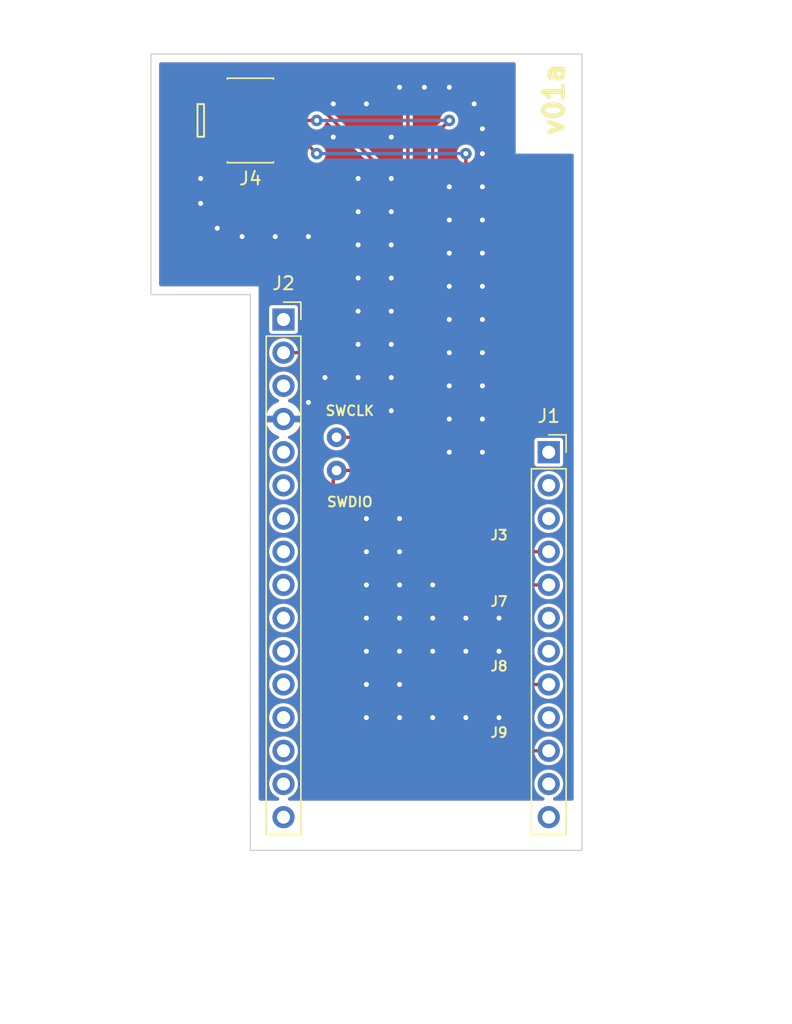
<source format=kicad_pcb>
(kicad_pcb (version 20221018) (generator pcbnew)
  (title_block (title "FeatherDebugShield") (date "2023-10-23") (rev "v01a") (company "Connected Future Labs") (comment 1 "Designed by NN"))
  (layers (0 "F.Cu" signal) (31 "B.Cu" signal) (34 "B.Paste" user) (35 "F.Paste" user) (36 "B.SilkS" user "B.Silkscreen") (37 "F.SilkS" user "F.Silkscreen") (38 "B.Mask" user) (39 "F.Mask" user) (44 "Edge.Cuts" user))
  (net 0 "")
  (net 3 "/GPIO13")
  (net 4 "/GPIO12")
  (net 7 "/GPIO15")
  (net 9 "/GPIO14")
  (net 13 "VCC")
  (net 15 "GND")
  (net 28 "/SWDIO")
  (net 29 "/SWCLK")
  (net 32 "/TDO")
  (net 34 "/TDI")
  (footprint "Connector_PinSocket_2.54mm:PinSocket_1x12_P2.54mm_Vertical" (layer "F.Cu") (at 106.68 71.12)
    (fp_text reference "J1" (at 0 -2.77) (layer "F.SilkS"))
    (fp_text value "Conn_01x12" hide)
    (fp_line (start -1.33 1.27) (end -1.33 29.27) (stroke (width 0.12)) (layer "F.SilkS"))
    (fp_line (start -1.33 1.27) (end 1.33 1.27) (stroke (width 0.12)) (layer "F.SilkS"))
    (fp_line (start -1.33 29.27) (end 1.33 29.27) (stroke (width 0.12)) (layer "F.SilkS"))
    (fp_line (start 0 -1.33) (end 1.33 -1.33) (stroke (width 0.12)) (layer "F.SilkS"))
    (fp_line (start 1.33 -1.33) (end 1.33 0) (stroke (width 0.12)) (layer "F.SilkS"))
    (fp_line (start 1.33 1.27) (end 1.33 29.27) (stroke (width 0.12)) (layer "F.SilkS"))
    (pad "1" thru_hole rect (at 0 0) (size 1.7 1.7) (drill 1) (layers "*.Cu" "*.Mask"))
    (pad "2" thru_hole oval (at 0 2.54) (size 1.7 1.7) (drill 1) (layers "*.Cu" "*.Mask"))
    (pad "3" thru_hole oval (at 0 5.08) (size 1.7 1.7) (drill 1) (layers "*.Cu" "*.Mask"))
    (pad "4" thru_hole oval (at 0 7.62) (size 1.7 1.7) (drill 1) (layers "*.Cu" "*.Mask") (net 3 "/GPIO13"))
    (pad "5" thru_hole oval (at 0 10.16) (size 1.7 1.7) (drill 1) (layers "*.Cu" "*.Mask") (net 4 "/GPIO12"))
    (pad "6" thru_hole oval (at 0 12.7) (size 1.7 1.7) (drill 1) (layers "*.Cu" "*.Mask"))
    (pad "7" thru_hole oval (at 0 15.24) (size 1.7 1.7) (drill 1) (layers "*.Cu" "*.Mask"))
    (pad "8" thru_hole oval (at 0 17.78) (size 1.7 1.7) (drill 1) (layers "*.Cu" "*.Mask") (net 7 "/GPIO15"))
    (pad "9" thru_hole oval (at 0 20.32) (size 1.7 1.7) (drill 1) (layers "*.Cu" "*.Mask"))
    (pad "10" thru_hole oval (at 0 22.86) (size 1.7 1.7) (drill 1) (layers "*.Cu" "*.Mask") (net 9 "/GPIO14"))
    (pad "11" thru_hole oval (at 0 25.4) (size 1.7 1.7) (drill 1) (layers "*.Cu" "*.Mask"))
    (pad "12" thru_hole oval (at 0 27.94) (size 1.7 1.7) (drill 1) (layers "*.Cu" "*.Mask"))
  )
  (footprint "Connector_PinSocket_2.54mm:PinSocket_1x16_P2.54mm_Vertical" (layer "F.Cu") (at 86.36 60.96)
    (fp_text reference "J2" (at 0 -2.77) (layer "F.SilkS"))
    (fp_text value "Conn_01x16" hide)
    (fp_line (start -1.33 1.27) (end -1.33 39.43) (stroke (width 0.12)) (layer "F.SilkS"))
    (fp_line (start -1.33 1.27) (end 1.33 1.27) (stroke (width 0.12)) (layer "F.SilkS"))
    (fp_line (start -1.33 39.43) (end 1.33 39.43) (stroke (width 0.12)) (layer "F.SilkS"))
    (fp_line (start 0 -1.33) (end 1.33 -1.33) (stroke (width 0.12)) (layer "F.SilkS"))
    (fp_line (start 1.33 -1.33) (end 1.33 0) (stroke (width 0.12)) (layer "F.SilkS"))
    (fp_line (start 1.33 1.27) (end 1.33 39.43) (stroke (width 0.12)) (layer "F.SilkS"))
    (pad "1" thru_hole rect (at 0 0) (size 1.7 1.7) (drill 1) (layers "*.Cu" "*.Mask"))
    (pad "2" thru_hole oval (at 0 2.54) (size 1.7 1.7) (drill 1) (layers "*.Cu" "*.Mask") (net 13 "VCC"))
    (pad "3" thru_hole oval (at 0 5.08) (size 1.7 1.7) (drill 1) (layers "*.Cu" "*.Mask"))
    (pad "4" thru_hole oval (at 0 7.62) (size 1.7 1.7) (drill 1) (layers "*.Cu" "*.Mask") (net 15 "GND"))
    (pad "5" thru_hole oval (at 0 10.16) (size 1.7 1.7) (drill 1) (layers "*.Cu" "*.Mask"))
    (pad "6" thru_hole oval (at 0 12.7) (size 1.7 1.7) (drill 1) (layers "*.Cu" "*.Mask"))
    (pad "7" thru_hole oval (at 0 15.24) (size 1.7 1.7) (drill 1) (layers "*.Cu" "*.Mask"))
    (pad "8" thru_hole oval (at 0 17.78) (size 1.7 1.7) (drill 1) (layers "*.Cu" "*.Mask"))
    (pad "9" thru_hole oval (at 0 20.32) (size 1.7 1.7) (drill 1) (layers "*.Cu" "*.Mask"))
    (pad "10" thru_hole oval (at 0 22.86) (size 1.7 1.7) (drill 1) (layers "*.Cu" "*.Mask"))
    (pad "11" thru_hole oval (at 0 25.4) (size 1.7 1.7) (drill 1) (layers "*.Cu" "*.Mask"))
    (pad "12" thru_hole oval (at 0 27.94) (size 1.7 1.7) (drill 1) (layers "*.Cu" "*.Mask"))
    (pad "13" thru_hole oval (at 0 30.48) (size 1.7 1.7) (drill 1) (layers "*.Cu" "*.Mask"))
    (pad "14" thru_hole oval (at 0 33.02) (size 1.7 1.7) (drill 1) (layers "*.Cu" "*.Mask"))
    (pad "15" thru_hole oval (at 0 35.56) (size 1.7 1.7) (drill 1) (layers "*.Cu" "*.Mask"))
    (pad "16" thru_hole oval (at 0 38.1) (size 1.7 1.7) (drill 1) (layers "*.Cu" "*.Mask"))
  )
  (footprint "CFL_EE_BioSensor_Lib_FP:CONN_SLDR_BRDG_NO" (layer "F.Cu") (at 101.6 88.9 180)
    (fp_text reference "J8" (at -1.27 1.397) (layer "F.SilkS") (effects (font (size 0.75 0.75))))
    (fp_text value "CONN_JUMPER_NO" hide)
    (pad "1" smd circle (at -0.635 0 180) (size 1 1) (layers "F.Cu" "F.Mask") (net 7 "/GPIO15"))
    (pad "1" smd rect (at -0.381 0 180) (size 0.5 1) (layers "F.Cu" "F.Mask") (net 7 "/GPIO15"))
    (pad "2" smd rect (at 0.381 0 180) (size 0.5 1) (layers "F.Cu" "F.Mask") (net 32 "/TDO"))
    (pad "2" smd circle (at 0.635 0 180) (size 1 1) (layers "F.Cu" "F.Mask") (net 32 "/TDO"))
  )
  (footprint "CFL_EE_BioSensor_Lib_FP:CONN_PROBE_SPRING_01X01_C150H75" (layer "F.Cu") (at 90.424 72.517)
    (fp_text reference "J5" hide)
    (fp_text value "SWDIO" (at 1.016 2.413) (layer "F.SilkS") (effects (font (size 0.75 0.75))))
    (pad "1" thru_hole circle (at 0 0) (size 1.5 1.5) (drill 0.74) (layers "*.Cu" "*.Mask") (net 28 "/SWDIO"))
  )
  (footprint "CFL_EE_BioSensor_Lib_FP:CONN_SLDR_BRDG_NO" (layer "F.Cu") (at 101.6 78.74 180)
    (fp_text reference "J3" (at -1.27 1.27) (layer "F.SilkS") (effects (font (size 0.75 0.75))))
    (fp_text value "CONN_JUMPER_NO" hide)
    (pad "1" smd circle (at -0.635 0 180) (size 1 1) (layers "F.Cu" "F.Mask") (net 3 "/GPIO13"))
    (pad "1" smd rect (at -0.381 0 180) (size 0.5 1) (layers "F.Cu" "F.Mask") (net 3 "/GPIO13"))
    (pad "2" smd rect (at 0.381 0 180) (size 0.5 1) (layers "F.Cu" "F.Mask") (net 29 "/SWCLK"))
    (pad "2" smd circle (at 0.635 0 180) (size 1 1) (layers "F.Cu" "F.Mask") (net 29 "/SWCLK"))
  )
  (footprint "CFL_EE_KiCad_Lib:SAMTEC_FTSH-105-01-F-DV-K-TR" (layer "F.Cu") (at 83.82 45.72)
    (fp_text reference "J4" (at 0 4.445) (layer "F.SilkS"))
    (fp_text value "Conn_ARM_JTAG_SWD_10")
    (fp_line (start -1.765 -3.235) (end -1.765 -3.17) (stroke (width 0.12)) (layer "F.SilkS"))
    (fp_line (start -1.765 -3.235) (end 1.765 -3.235) (stroke (width 0.12)) (layer "F.SilkS"))
    (fp_line (start -1.765 3.17) (end -1.765 3.235) (stroke (width 0.12)) (layer "F.SilkS"))
    (fp_line (start -1.765 3.235) (end 1.765 3.235) (stroke (width 0.12)) (layer "F.SilkS"))
    (fp_line (start 1.765 -3.235) (end 1.765 -3.17) (stroke (width 0.12)) (layer "F.SilkS"))
    (fp_line (start 1.765 3.17) (end 1.765 3.235) (stroke (width 0.12)) (layer "F.SilkS"))
    (fp_rect (start -4.05 -1.25) (end -3.55 1.25) (stroke (width 0.15)) (fill none) (layer "F.SilkS"))
    (pad "1" smd rect (at -1.95 -2.54) (size 2.4 0.74) (layers "F.Cu" "F.Paste" "F.Mask") (net 13 "VCC"))
    (pad "2" smd rect (at 1.95 -2.54) (size 2.4 0.74) (layers "F.Cu" "F.Paste" "F.Mask") (net 28 "/SWDIO"))
    (pad "3" smd rect (at -1.95 -1.27) (size 2.4 0.74) (layers "F.Cu" "F.Paste" "F.Mask") (net 15 "GND"))
    (pad "4" smd rect (at 1.95 -1.27) (size 2.4 0.74) (layers "F.Cu" "F.Paste" "F.Mask") (net 29 "/SWCLK"))
    (pad "5" smd rect (at -1.95 0) (size 2.4 0.74) (layers "F.Cu" "F.Paste" "F.Mask") (net 15 "GND"))
    (pad "6" smd rect (at 1.95 0) (size 2.4 0.74) (layers "F.Cu" "F.Paste" "F.Mask") (net 32 "/TDO"))
    (pad "7" smd rect (at -1.95 1.27) (size 2.4 0.74) (layers "F.Cu" "F.Paste" "F.Mask"))
    (pad "8" smd rect (at 1.95 1.27) (size 2.4 0.74) (layers "F.Cu" "F.Paste" "F.Mask") (net 34 "/TDI"))
    (pad "9" smd rect (at -1.95 2.54) (size 2.4 0.74) (layers "F.Cu" "F.Paste" "F.Mask") (net 15 "GND"))
    (pad "10" smd rect (at 1.95 2.54) (size 2.4 0.74) (layers "F.Cu" "F.Paste" "F.Mask"))
  )
  (footprint "CFL_EE_BioSensor_Lib_FP:CONN_PROBE_SPRING_01X01_C150H75" (layer "F.Cu") (at 90.424 69.977)
    (fp_text reference "J6" hide)
    (fp_text value "SWCLK" (at 1.016 -2.032) (layer "F.SilkS") (effects (font (size 0.75 0.75))))
    (pad "1" thru_hole circle (at 0 0) (size 1.5 1.5) (drill 0.74) (layers "*.Cu" "*.Mask") (net 29 "/SWCLK"))
  )
  (footprint "CFL_EE_BioSensor_Lib_FP:CONN_SLDR_BRDG_NO" (layer "F.Cu") (at 101.6 81.28 180)
    (fp_text reference "J7" (at -1.27 -1.27) (layer "F.SilkS") (effects (font (size 0.75 0.75))))
    (fp_text value "CONN_JUMPER_NO" hide)
    (pad "1" smd circle (at -0.635 0 180) (size 1 1) (layers "F.Cu" "F.Mask") (net 4 "/GPIO12"))
    (pad "1" smd rect (at -0.381 0 180) (size 0.5 1) (layers "F.Cu" "F.Mask") (net 4 "/GPIO12"))
    (pad "2" smd rect (at 0.381 0 180) (size 0.5 1) (layers "F.Cu" "F.Mask") (net 34 "/TDI"))
    (pad "2" smd circle (at 0.635 0 180) (size 1 1) (layers "F.Cu" "F.Mask") (net 34 "/TDI"))
  )
  (footprint "CFL_EE_BioSensor_Lib_FP:CONN_SLDR_BRDG_NO" (layer "F.Cu") (at 101.6 93.98 180)
    (fp_text reference "J9" (at -1.27 1.397) (layer "F.SilkS") (effects (font (size 0.75 0.75))))
    (fp_text value "CONN_JUMPER_NO" hide)
    (pad "1" smd circle (at -0.635 0 180) (size 1 1) (layers "F.Cu" "F.Mask") (net 9 "/GPIO14"))
    (pad "1" smd rect (at -0.381 0 180) (size 0.5 1) (layers "F.Cu" "F.Mask") (net 9 "/GPIO14"))
    (pad "2" smd rect (at 0.381 0 180) (size 0.5 1) (layers "F.Cu" "F.Mask") (net 28 "/SWDIO"))
    (pad "2" smd circle (at 0.635 0 180) (size 1 1) (layers "F.Cu" "F.Mask") (net 28 "/SWDIO"))
  )
  (gr_line (start 76.2 40.64) (end 109.22 40.64) (stroke (width 0.1)) (layer "Edge.Cuts"))
  (gr_line (start 83.82 59.055) (end 76.2 59.055) (stroke (width 0.1)) (layer "Edge.Cuts"))
  (gr_line (start 76.2 59.055) (end 76.2 40.64) (stroke (width 0.1)) (layer "Edge.Cuts"))
  (gr_line (start 109.22 40.64) (end 109.22 101.6) (stroke (width 0.1)) (layer "Edge.Cuts"))
  (gr_line (start 109.22 101.6) (end 83.82 101.6) (stroke (width 0.1)) (layer "Edge.Cuts"))
  (gr_line (start 83.82 101.6) (end 83.82 59.055) (stroke (width 0.1)) (layer "Edge.Cuts"))
  (gr_text "v01a" (at 107.95 46.99 90) (layer "F.Cu") (effects (font (size 1.5 1.5) (thickness 0.3) bold) (justify left bottom)))
  (gr_text "v01a" (at 107.95 46.99 90) (layer "F.SilkS") (effects (font (size 1.5 1.5) (thickness 0.3) bold) (justify left bottom)))
  (segment (start 102.235 78.74) (end 106.68 78.74) (width 0.254) (layer "F.Cu") (net 3))
  (segment (start 102.235 81.28) (end 106.68 81.28) (width 0.254) (layer "F.Cu") (net 4))
  (segment (start 101.981 88.9) (end 106.68 88.9) (width 0.254) (layer "F.Cu") (net 7))
  (segment (start 101.981 93.98) (end 106.68 93.98) (width 0.254) (layer "F.Cu") (net 9))
  (segment (start 80.01 57.15) (end 78.105 55.245) (width 0.254) (layer "F.Cu") (net 13))
  (segment (start 78.74 43.18) (end 81.87 43.18) (width 0.254) (layer "F.Cu") (net 13))
  (segment (start 88.9 62.23) (end 88.9 58.42) (width 0.254) (layer "F.Cu") (net 13))
  (segment (start 78.105 43.815) (end 78.74 43.18) (width 0.254) (layer "F.Cu") (net 13))
  (segment (start 87.63 57.15) (end 80.01 57.15) (width 0.254) (layer "F.Cu") (net 13))
  (segment (start 88.9 58.42) (end 87.63 57.15) (width 0.254) (layer "F.Cu") (net 13))
  (segment (start 87.63 63.5) (end 88.9 62.23) (width 0.254) (layer "F.Cu") (net 13))
  (segment (start 78.105 55.245) (end 78.105 43.815) (width 0.254) (layer "F.Cu") (net 13))
  (segment (start 86.36 63.5) (end 87.63 63.5) (width 0.254) (layer "F.Cu") (net 13))
  (segment (start 90.805 66.675) (end 90.805 57.785) (width 0.254) (layer "F.Cu") (net 15))
  (segment (start 79.375 44.45) (end 81.87 44.45) (width 0.254) (layer "F.Cu") (net 15))
  (segment (start 88.9 68.58) (end 90.805 66.675) (width 0.254) (layer "F.Cu") (net 15))
  (segment (start 88.9 55.88) (end 81.28 55.88) (width 0.254) (layer "F.Cu") (net 15))
  (segment (start 81.87 45.72) (end 78.74 45.72) (width 0.254) (layer "F.Cu") (net 15))
  (segment (start 78.74 48.26) (end 78.74 45.72) (width 0.254) (layer "F.Cu") (net 15))
  (segment (start 86.36 68.58) (end 88.9 68.58) (width 0.254) (layer "F.Cu") (net 15))
  (segment (start 81.28 55.88) (end 78.74 53.34) (width 0.254) (layer "F.Cu") (net 15))
  (segment (start 81.87 48.26) (end 78.74 48.26) (width 0.254) (layer "F.Cu") (net 15))
  (segment (start 90.805 57.785) (end 88.9 55.88) (width 0.254) (layer "F.Cu") (net 15))
  (segment (start 78.74 53.34) (end 78.74 48.26) (width 0.254) (layer "F.Cu") (net 15))
  (segment (start 78.74 45.085) (end 79.375 44.45) (width 0.254) (layer "F.Cu") (net 15))
  (segment (start 78.74 45.72) (end 78.74 45.085) (width 0.254) (layer "F.Cu") (net 15))
  (via (at 83.185 54.61) (size 0.889) (drill 0.381) (layers "F.Cu" "B.Cu") (net 15))
  (via (at 101.6 48.26) (size 0.889) (drill 0.381) (layers "F.Cu" "B.Cu") (net 15))
  (via (at 102.87 91.44) (size 0.889) (drill 0.381) (layers "F.Cu" "B.Cu") (net 15))
  (via (at 101.6 68.58) (size 0.889) (drill 0.381) (layers "F.Cu" "B.Cu") (net 15))
  (via (at 94.615 60.325) (size 0.889) (drill 0.381) (layers "F.Cu" "B.Cu") (net 15))
  (via (at 100.965 44.45) (size 0.889) (drill 0.381) (layers "F.Cu" "B.Cu") (net 15))
  (via (at 85.725 54.61) (size 0.889) (drill 0.381) (layers "F.Cu" "B.Cu") (net 15))
  (via (at 90.17 44.45) (size 0.889) (drill 0.381) (layers "F.Cu" "B.Cu") (net 15))
  (via (at 94.615 50.165) (size 0.889) (drill 0.381) (layers "F.Cu" "B.Cu") (net 15))
  (via (at 94.615 46.99) (size 0.889) (drill 0.381) (layers "F.Cu" "B.Cu") (net 15))
  (via (at 99.06 60.96) (size 0.889) (drill 0.381) (layers "F.Cu" "B.Cu") (net 15))
  (via (at 97.155 43.18) (size 0.889) (drill 0.381) (layers "F.Cu" "B.Cu") (net 15))
  (via (at 95.25 81.28) (size 0.889) (drill 0.381) (layers "F.Cu" "B.Cu") (net 15))
  (via (at 99.06 68.58) (size 0.889) (drill 0.381) (layers "F.Cu" "B.Cu") (net 15))
  (via (at 94.615 65.405) (size 0.889) (drill 0.381) (layers "F.Cu" "B.Cu") (net 15))
  (via (at 92.71 86.36) (size 0.889) (drill 0.381) (layers "F.Cu" "B.Cu") (net 15))
  (via (at 94.615 55.245) (size 0.889) (drill 0.381) (layers "F.Cu" "B.Cu") (net 15))
  (via (at 99.06 50.8) (size 0.889) (drill 0.381) (layers "F.Cu" "B.Cu") (net 15))
  (via (at 95.25 76.2) (size 0.889) (drill 0.381) (layers "F.Cu" "B.Cu") (net 15))
  (via (at 92.71 91.44) (size 0.889) (drill 0.381) (layers "F.Cu" "B.Cu") (net 15))
  (via (at 95.25 91.44) (size 0.889) (drill 0.381) (layers "F.Cu" "B.Cu") (net 15))
  (via (at 89.535 65.405) (size 0.889) (drill 0.381) (layers "F.Cu" "B.Cu") (net 15))
  (via (at 92.075 60.325) (size 0.889) (drill 0.381) (layers "F.Cu" "B.Cu") (net 15))
  (via (at 95.25 86.36) (size 0.889) (drill 0.381) (layers "F.Cu" "B.Cu") (net 15))
  (via (at 97.79 86.36) (size 0.889) (drill 0.381) (layers "F.Cu" "B.Cu") (net 15))
  (via (at 99.06 71.12) (size 0.889) (drill 0.381) (layers "F.Cu" "B.Cu") (net 15))
  (via (at 92.71 83.82) (size 0.889) (drill 0.381) (layers "F.Cu" "B.Cu") (net 15))
  (via (at 102.87 83.82) (size 0.889) (drill 0.381) (layers "F.Cu" "B.Cu") (net 15))
  (via (at 101.6 66.04) (size 0.889) (drill 0.381) (layers "F.Cu" "B.Cu") (net 15))
  (via (at 99.06 66.04) (size 0.889) (drill 0.381) (layers "F.Cu" "B.Cu") (net 15))
  (via (at 99.06 63.5) (size 0.889) (drill 0.381) (layers "F.Cu" "B.Cu") (net 15))
  (via (at 88.265 67.31) (size 0.889) (drill 0.381) (layers "F.Cu" "B.Cu") (net 15))
  (via (at 99.06 58.42) (size 0.889) (drill 0.381) (layers "F.Cu" "B.Cu") (net 15))
  (via (at 95.25 88.9) (size 0.889) (drill 0.381) (layers "F.Cu" "B.Cu") (net 15))
  (via (at 97.79 83.82) (size 0.889) (drill 0.381) (layers "F.Cu" "B.Cu") (net 15))
  (via (at 92.71 44.45) (size 0.889) (drill 0.381) (layers "F.Cu" "B.Cu") (net 15))
  (via (at 92.075 55.245) (size 0.889) (drill 0.381) (layers "F.Cu" "B.Cu") (net 15))
  (via (at 100.33 86.36) (size 0.889) (drill 0.381) (layers "F.Cu" "B.Cu") (net 15))
  (via (at 101.6 53.34) (size 0.889) (drill 0.381) (layers "F.Cu" "B.Cu") (net 15))
  (via (at 95.25 43.18) (size 0.889) (drill 0.381) (layers "F.Cu" "B.Cu") (net 15))
  (via (at 90.17 46.99) (size 0.889) (drill 0.381) (layers "F.Cu" "B.Cu") (net 15))
  (via (at 92.71 88.9) (size 0.889) (drill 0.381) (layers "F.Cu" "B.Cu") (net 15))
  (via (at 92.71 76.2) (size 0.889) (drill 0.381) (layers "F.Cu" "B.Cu") (net 15))
  (via (at 92.075 50.165) (size 0.889) (drill 0.381) (layers "F.Cu" "B.Cu") (net 15))
  (via (at 101.6 55.88) (size 0.889) (drill 0.381) (layers "F.Cu" "B.Cu") (net 15))
  (via (at 100.33 83.82) (size 0.889) (drill 0.381) (layers "F.Cu" "B.Cu") (net 15))
  (via (at 95.25 78.74) (size 0.889) (drill 0.381) (layers "F.Cu" "B.Cu") (net 15))
  (via (at 92.075 62.865) (size 0.889) (drill 0.381) (layers "F.Cu" "B.Cu") (net 15))
  (via (at 94.615 62.865) (size 0.889) (drill 0.381) (layers "F.Cu" "B.Cu") (net 15))
  (via (at 92.71 78.74) (size 0.889) (drill 0.381) (layers "F.Cu" "B.Cu") (net 15))
  (via (at 101.6 71.12) (size 0.889) (drill 0.381) (layers "F.Cu" "B.Cu") (net 15))
  (via (at 92.075 57.785) (size 0.889) (drill 0.381) (layers "F.Cu" "B.Cu") (net 15))
  (via (at 99.06 55.88) (size 0.889) (drill 0.381) (layers "F.Cu" "B.Cu") (net 15))
  (via (at 101.6 63.5) (size 0.889) (drill 0.381) (layers "F.Cu" "B.Cu") (net 15))
  (via (at 81.28 53.975) (size 0.889) (drill 0.381) (layers "F.Cu" "B.Cu") (net 15))
  (via (at 94.615 52.705) (size 0.889) (drill 0.381) (layers "F.Cu" "B.Cu") (net 15))
  (via (at 100.33 91.44) (size 0.889) (drill 0.381) (layers "F.Cu" "B.Cu") (net 15))
  (via (at 97.79 91.44) (size 0.889) (drill 0.381) (layers "F.Cu" "B.Cu") (net 15))
  (via (at 88.265 54.61) (size 0.889) (drill 0.381) (layers "F.Cu" "B.Cu") (net 15))
  (via (at 92.71 81.28) (size 0.889) (drill 0.381) (layers "F.Cu" "B.Cu") (net 15))
  (via (at 99.06 43.18) (size 0.889) (drill 0.381) (layers "F.Cu" "B.Cu") (net 15))
  (via (at 101.6 58.42) (size 0.889) (drill 0.381) (layers "F.Cu" "B.Cu") (net 15))
  (via (at 101.6 46.355) (size 0.889) (drill 0.381) (layers "F.Cu" "B.Cu") (net 15))
  (via (at 101.6 60.96) (size 0.889) (drill 0.381) (layers "F.Cu" "B.Cu") (net 15))
  (via (at 80.01 50.165) (size 0.889) (drill 0.381) (layers "F.Cu" "B.Cu") (net 15))
  (via (at 101.6 50.8) (size 0.889) (drill 0.381) (layers "F.Cu" "B.Cu") (net 15))
  (via (at 94.615 67.945) (size 0.889) (drill 0.381) (layers "F.Cu" "B.Cu") (net 15))
  (via (at 94.615 57.785) (size 0.889) (drill 0.381) (layers "F.Cu" "B.Cu") (net 15))
  (via (at 102.87 86.36) (size 0.889) (drill 0.381) (layers "F.Cu" "B.Cu") (net 15))
  (via (at 95.25 83.82) (size 0.889) (drill 0.381) (layers "F.Cu" "B.Cu") (net 15))
  (via (at 92.075 65.405) (size 0.889) (drill 0.381) (layers "F.Cu" "B.Cu") (net 15))
  (via (at 97.79 81.28) (size 0.889) (drill 0.381) (layers "F.Cu" "B.Cu") (net 15))
  (via (at 99.06 53.34) (size 0.889) (drill 0.381) (layers "F.Cu" "B.Cu") (net 15))
  (via (at 92.075 52.705) (size 0.889) (drill 0.381) (layers "F.Cu" "B.Cu") (net 15))
  (via (at 80.01 52.07) (size 0.889) (drill 0.381) (layers "F.Cu" "B.Cu") (net 15))
  (segment (start 100.965 93.98) (end 92.71 93.98) (width 0.254) (layer "F.Cu") (net 28))
  (segment (start 95.123 72.517) (end 95.885 71.755) (width 0.254) (layer "F.Cu") (net 28))
  (segment (start 90.424 72.517) (end 95.123 72.517) (width 0.254) (layer "F.Cu") (net 28))
  (segment (start 93.98 43.18) (end 85.77 43.18) (width 0.254) (layer "F.Cu") (net 28))
  (segment (start 95.885 71.755) (end 95.885 45.085) (width 0.254) (layer "F.Cu") (net 28))
  (segment (start 90.17 72.771) (end 90.424 72.517) (width 0.254) (layer "F.Cu") (net 28))
  (segment (start 95.885 45.085) (end 93.98 43.18) (width 0.254) (layer "F.Cu") (net 28))
  (segment (start 90.17 91.44) (end 90.17 72.771) (width 0.254) (layer "F.Cu") (net 28))
  (segment (start 92.71 93.98) (end 90.17 91.44) (width 0.254) (layer "F.Cu") (net 28))
  (segment (start 100.965 78.74) (end 100.33 78.74) (width 0.254) (layer "F.Cu") (net 29))
  (segment (start 100.33 78.74) (end 99.06 77.47) (width 0.254) (layer "F.Cu") (net 29))
  (segment (start 102.87 44.45) (end 100.584 42.164) (width 0.254) (layer "F.Cu") (net 29))
  (segment (start 83.82 42.798) (end 83.82 43.954) (width 0.254) (layer "F.Cu") (net 29))
  (segment (start 92.583 69.977) (end 93.345 69.215) (width 0.254) (layer "F.Cu") (net 29))
  (segment (start 88.9 44.45) (end 85.77 44.45) (width 0.254) (layer "F.Cu") (net 29))
  (segment (start 100.584 42.164) (end 84.454 42.164) (width 0.254) (layer "F.Cu") (net 29))
  (segment (start 84.454 42.164) (end 83.82 42.798) (width 0.254) (layer "F.Cu") (net 29))
  (segment (start 90.424 69.977) (end 92.583 69.977) (width 0.254) (layer "F.Cu") (net 29))
  (segment (start 99.06 76.2) (end 102.87 72.39) (width 0.254) (layer "F.Cu") (net 29))
  (segment (start 99.06 77.47) (end 99.06 76.2) (width 0.254) (layer "F.Cu") (net 29))
  (segment (start 93.345 69.215) (end 93.345 48.895) (width 0.254) (layer "F.Cu") (net 29))
  (segment (start 102.87 72.39) (end 102.87 44.45) (width 0.254) (layer "F.Cu") (net 29))
  (segment (start 84.316 44.45) (end 85.77 44.45) (width 0.254) (layer "F.Cu") (net 29))
  (segment (start 93.345 48.895) (end 88.9 44.45) (width 0.254) (layer "F.Cu") (net 29))
  (segment (start 83.82 43.954) (end 84.316 44.45) (width 0.254) (layer "F.Cu") (net 29))
  (segment (start 99.06 45.72) (end 97.79 46.99) (width 0.254) (layer "F.Cu") (net 32))
  (segment (start 96.52 87.63) (end 97.79 88.9) (width 0.254) (layer "F.Cu") (net 32))
  (segment (start 88.9 45.72) (end 85.77 45.72) (width 0.254) (layer "F.Cu") (net 32))
  (segment (start 97.79 73.66) (end 96.52 74.93) (width 0.254) (layer "F.Cu") (net 32))
  (segment (start 96.52 74.93) (end 96.52 87.63) (width 0.254) (layer "F.Cu") (net 32))
  (segment (start 97.79 46.99) (end 97.79 73.66) (width 0.254) (layer "F.Cu") (net 32))
  (segment (start 97.79 88.9) (end 100.965 88.9) (width 0.254) (layer "F.Cu") (net 32))
  (via (at 99.06 45.72) (size 0.889) (drill 0.381) (layers "F.Cu" "B.Cu") (net 32))
  (via (at 88.9 45.72) (size 0.889) (drill 0.381) (layers "F.Cu" "B.Cu") (net 32))
  (segment (start 99.06 45.72) (end 88.9 45.72) (width 0.254) (layer "B.Cu") (net 32))
  (segment (start 97.79 78.105) (end 97.79 75.565) (width 0.254) (layer "F.Cu") (net 34))
  (segment (start 88.9 48.26) (end 87.63 46.99) (width 0.254) (layer "F.Cu") (net 34))
  (segment (start 100.33 73.025) (end 100.33 48.26) (width 0.254) (layer "F.Cu") (net 34))
  (segment (start 97.79 75.565) (end 100.33 73.025) (width 0.254) (layer "F.Cu") (net 34))
  (segment (start 100.965 81.28) (end 97.79 78.105) (width 0.254) (layer "F.Cu") (net 34))
  (segment (start 87.63 46.99) (end 85.77 46.99) (width 0.254) (layer "F.Cu") (net 34))
  (via (at 88.9 48.26) (size 0.889) (drill 0.381) (layers "F.Cu" "B.Cu") (net 34))
  (via (at 100.33 48.26) (size 0.889) (drill 0.381) (layers "F.Cu" "B.Cu") (net 34))
  (segment (start 100.33 48.26) (end 88.9 48.26) (width 0.254) (layer "B.Cu") (net 34))
  (zone (net 15) (net_name "GND") (layers "F&B.Cu") (name "GND") (connect_pads (clearance 0.254)) (min_thickness 0.254) (fill yes (thermal_gap 0.5) (thermal_bridge_width 0.5))
    (polygon (pts (xy 76.835 41.275) (xy 104.14 41.275) (xy 104.14 48.26) (xy 108.585 48.26) (xy 108.585 97.79) (xy 84.455 97.79) (xy 84.455 58.42) (xy 76.835 58.42)))
  )
)
</source>
